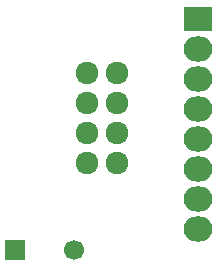
<source format=gbs>
G04 #@! TF.FileFunction,Soldermask,Bot*
%FSLAX46Y46*%
G04 Gerber Fmt 4.6, Leading zero omitted, Abs format (unit mm)*
G04 Created by KiCad (PCBNEW 4.0.1-stable) date 2016 July 16, Saturday 18:17:22*
%MOMM*%
G01*
G04 APERTURE LIST*
%ADD10C,0.100000*%
%ADD11R,2.432000X2.127200*%
%ADD12O,2.432000X2.127200*%
%ADD13C,1.924000*%
%ADD14R,1.700000X1.700000*%
%ADD15C,1.700000*%
G04 APERTURE END LIST*
D10*
D11*
X156464000Y-107188000D03*
D12*
X156464000Y-109728000D03*
X156464000Y-112268000D03*
X156464000Y-114808000D03*
X156464000Y-117348000D03*
X156464000Y-119888000D03*
X156464000Y-122428000D03*
X156464000Y-124968000D03*
D13*
X149606000Y-116840000D03*
X149606000Y-114300000D03*
X149606000Y-111760000D03*
X147066000Y-111760000D03*
X147066000Y-114300000D03*
X147066000Y-116840000D03*
X147066000Y-119380000D03*
X149606000Y-119380000D03*
D14*
X140970000Y-126746000D03*
D15*
X145970000Y-126746000D03*
M02*

</source>
